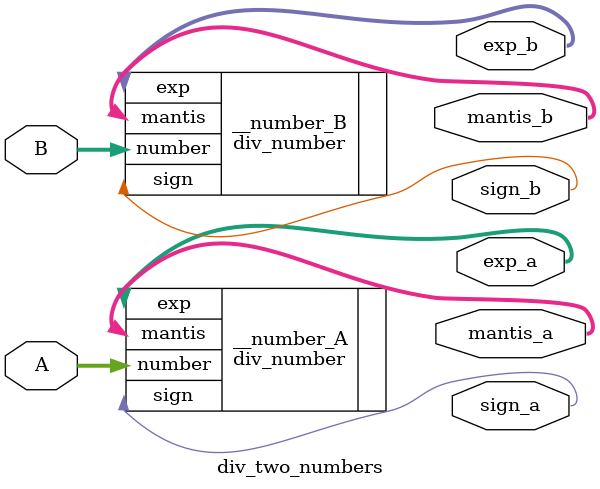
<source format=v>
module div_two_numbers
(
    A, B,
    sign_a, sign_b,
    exp_a, exp_b,
    mantis_a, mantis_b
);

input [31:0] A, B;
output sign_a, sign_b;
output [7:0] exp_a, exp_b;
output [23:0] mantis_a, mantis_b;

div_number __number_A
(
    .number(A),
    .sign(sign_a),
    .exp(exp_a),
    .mantis(mantis_a)
);

div_number __number_B
(
    .number(B),
    .sign(sign_b),
    .exp(exp_b),
    .mantis(mantis_b)
);

endmodule

</source>
